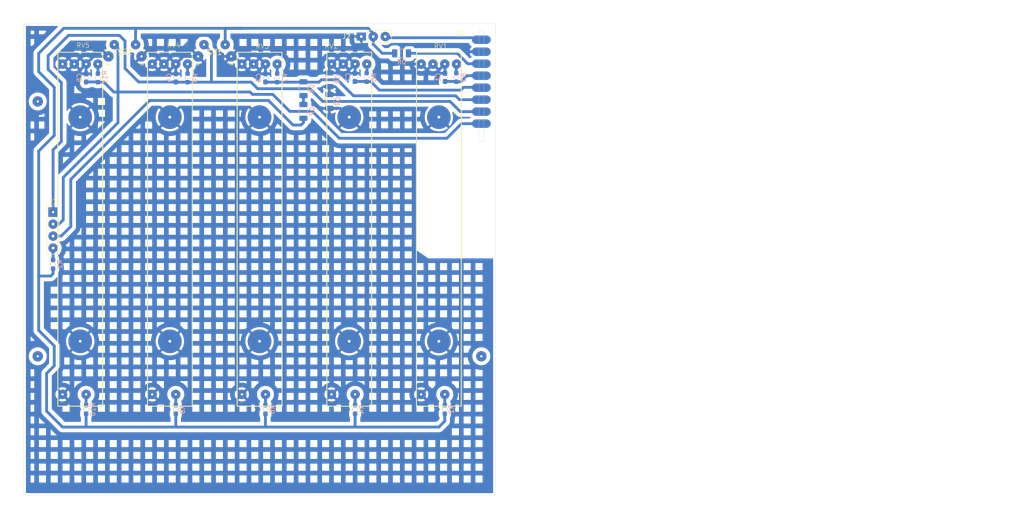
<source format=kicad_pcb>
(kicad_pcb (version 20240108) (generator "pcbnew") (generator_version "8.0")
  (layers (0 "F.Cu" signal) (31 "B.Cu" signal) (34 "B.Paste" user) (35 "F.Paste" user) (36 "B.SilkS" user "B.Silkscreen") (37 "F.SilkS" user "F.Silkscreen") (38 "B.Mask" user) (39 "F.Mask" user) (44 "Edge.Cuts" user))
  (net 0 "")
  (net 1 "/POT_3")
  (net 2 "/POT_2")
  (net 3 "Net-(J1-Pin_4)")
  (net 4 "/POT_1")
  (net 5 "+3.3V")
  (net 6 "+5V")
  (net 7 "GND")
  (net 8 "/POT_4")
  (net 9 "/POT_5")
  (net 10 "Net-(R2-Pad2)")
  (net 11 "Net-(R3-Pad1)")
  (net 12 "Net-(R4-Pad2)")
  (net 13 "Net-(R5-Pad1)")
  (net 14 "Net-(R6-Pad2)")
  (net 15 "Net-(R7-Pad1)")
  (net 16 "Net-(R8-Pad2)")
  (net 17 "Net-(R9-Pad1)")
  (net 18 "Net-(R10-Pad2)")
  (net 19 "Net-(R11-Pad1)")
  (footprint "" (layer "F.Cu") (at 147 120.5)
    (property "Reference" "" (at 0 0 0) (layer "F.SilkS") (effects (font (size 1.27 1.27))))
    (property "Value" "")
    (pad "" np_thru_hole circle (at 0 0) (size 2.2 2.2) (drill 0.5) (layers "F&B.Cu" "*.Mask"))
  )
  (footprint "" (layer "F.Cu") (at 53 120.5)
    (property "Reference" "" (at 0 0 0) (layer "F.SilkS") (effects (font (size 1.27 1.27))))
    (property "Value" "")
    (pad "" np_thru_hole circle (at 0 0) (size 2.2 2.2) (drill 0.5) (layers "F&B.Cu" "*.Mask"))
  )
  (footprint "Lib:ESP32-C3_SuperMini_TOP" (layer "F.Cu") (at 147 53.42 -90)
    (property "Reference" "U1" (at -1.42 4.4 0) (layer "F.SilkS") (effects (font (thickness 0.1))))
    (property "Value" "~")
    (fp_rect (start -2 -0.5) (end 21.5 0.5) (stroke (width 0.05)) (fill none) (layer "Edge.Cuts"))
    (pad "1" smd oval (at 0 0 270) (size 1.8 4) (layers "B.Cu" "F.Paste" "F.Mask") (net 6 "+5V"))
    (pad "2" smd oval (at 2.54 0 270) (size 1.8 4) (layers "B.Cu" "F.Paste" "F.Mask") (net 7 "GND"))
    (pad "3" smd oval (at 5.08 0 270) (size 1.8 4) (layers "B.Cu" "F.Paste" "F.Mask") (net 5 "+3.3V"))
    (pad "4" smd oval (at 7.62 0 270) (size 1.8 4) (layers "B.Cu" "F.Paste" "F.Mask") (net 4 "/POT_1"))
    (pad "5" smd oval (at 10.16 0 270) (size 1.8 4) (layers "B.Cu" "F.Paste" "F.Mask") (net 2 "/POT_2"))
    (pad "6" smd oval (at 12.7 0 270) (size 1.8 4) (layers "B.Cu" "F.Paste" "F.Mask") (net 1 "/POT_3"))
    (pad "7" smd oval (at 15.24 0 270) (size 1.8 4) (layers "B.Cu" "F.Paste" "F.Mask") (net 8 "/POT_4"))
    (pad "8" smd oval (at 17.78 0 270) (size 1.8 4) (layers "B.Cu" "F.Paste" "F.Mask") (net 9 "/POT_5"))
  )
  (footprint "Button_Switch_THT:SW_Tactile_SPST_Angled_PTS645Vx83-2LFS" (layer "F.Cu") (at 69.225 54.4625)
    (property "Reference" "SW2" (at 2.25 1.68 0) (layer "F.SilkS"))
    (property "Value" "SW_Push")
    (fp_line (start -1.61 -0.9) (end -1.61 1.2) (stroke (width 0.12)) (layer "F.SilkS"))
    (fp_line (start -1.61 3.8) (end -1.61 4.31) (stroke (width 0.12)) (layer "F.SilkS"))
    (fp_line (start -1.61 4.31) (end -1.09 4.31) (stroke (width 0.12)) (layer "F.SilkS"))
    (fp_line (start -1.09 0.97) (end -1.09 1.2) (stroke (width 0.12)) (layer "F.SilkS"))
    (fp_line (start -1.09 0.97) (end -0.55 0.97) (stroke (width 0.12)) (layer "F.SilkS"))
    (fp_line (start -1.09 3.8) (end -1.09 4.31) (stroke (width 0.12)) (layer "F.SilkS"))
    (fp_line (start 0.55 0.97) (end 3.95 0.97) (stroke (width 0.12)) (layer "F.SilkS"))
    (fp_line (start 5.05 0.97) (end 5.59 0.97) (stroke (width 0.12)) (layer "F.SilkS"))
    (fp_line (start 5.59 0.97) (end 5.59 1.2) (stroke (width 0.12)) (layer "F.SilkS"))
    (fp_line (start 5.59 3.8) (end 5.59 4.31) (stroke (width 0.12)) (layer "F.SilkS"))
    (fp_line (start 5.59 4.31) (end 6.11 4.31) (stroke (width 0.12)) (layer "F.SilkS"))
    (fp_line (start 6.11 -0.9) (end 6.11 1.2) (stroke (width 0.12)) (layer "F.SilkS"))
    (fp_line (start 6.11 3.8) (end 6.11 4.31) (stroke (width 0.12)) (layer "F.SilkS"))
    (pad "" thru_hole circle (at -1.25 2.49) (size 2.2 2.2) (drill 0.5) (layers "*.Cu" "*.Mask") (net 7 "GND"))
    (pad "" thru_hole circle (at 5.76 2.49) (size 2.2 2.2) (drill 0.5) (layers "*.Cu" "*.Mask") (net 7 "GND"))
    (pad "1" thru_hole circle (at 0 0) (size 2 2) (drill 0.5) (layers "*.Cu" "*.Mask") (net 9 "/POT_5"))
    (pad "2" thru_hole circle (at 4.5 0) (size 2 2) (drill 0.5) (layers "*.Cu" "*.Mask") (net 5 "+3.3V"))
  )
  (footprint "Button_Switch_THT:SW_Tactile_SPST_Angled_PTS645Vx83-2LFS" (layer "F.Cu") (at 88.225 54.4625)
    (property "Reference" "SW1" (at 2.25 1.68 0) (layer "F.SilkS"))
    (property "Value" "SW_Push")
    (fp_line (start -1.61 -0.9) (end -1.61 1.2) (stroke (width 0.12)) (layer "F.SilkS"))
    (fp_line (start -1.61 3.8) (end -1.61 4.31) (stroke (width 0.12)) (layer "F.SilkS"))
    (fp_line (start -1.61 4.31) (end -1.09 4.31) (stroke (width 0.12)) (layer "F.SilkS"))
    (fp_line (start -1.09 0.97) (end -1.09 1.2) (stroke (width 0.12)) (layer "F.SilkS"))
    (fp_line (start -1.09 0.97) (end -0.55 0.97) (stroke (width 0.12)) (layer "F.SilkS"))
    (fp_line (start -1.09 3.8) (end -1.09 4.31) (stroke (width 0.12)) (layer "F.SilkS"))
    (fp_line (start 0.55 0.97) (end 3.95 0.97) (stroke (width 0.12)) (layer "F.SilkS"))
    (fp_line (start 5.05 0.97) (end 5.59 0.97) (stroke (width 0.12)) (layer "F.SilkS"))
    (fp_line (start 5.59 0.97) (end 5.59 1.2) (stroke (width 0.12)) (layer "F.SilkS"))
    (fp_line (start 5.59 3.8) (end 5.59 4.31) (stroke (width 0.12)) (layer "F.SilkS"))
    (fp_line (start 5.59 4.31) (end 6.11 4.31) (stroke (width 0.12)) (layer "F.SilkS"))
    (fp_line (start 6.11 -0.9) (end 6.11 1.2) (stroke (width 0.12)) (layer "F.SilkS"))
    (fp_line (start 6.11 3.8) (end 6.11 4.31) (stroke (width 0.12)) (layer "F.SilkS"))
    (pad "" thru_hole circle (at -1.25 2.49) (size 2.2 2.2) (drill 0.5) (layers "*.Cu" "*.Mask") (net 7 "GND"))
    (pad "" thru_hole circle (at 5.76 2.49) (size 2.2 2.2) (drill 0.5) (layers "*.Cu" "*.Mask") (net 7 "GND"))
    (pad "1" thru_hole circle (at 0 0) (size 2 2) (drill 0.5) (layers "*.Cu" "*.Mask") (net 8 "/POT_4"))
    (pad "2" thru_hole circle (at 4.5 0) (size 2 2) (drill 0.5) (layers "*.Cu" "*.Mask") (net 5 "+3.3V"))
  )
  (footprint "Connector_PinHeader_2.54mm:PinHeader_1x04_P2.54mm_Vertical" (layer "F.Cu") (at 56.25 89.95)
    (property "Reference" "J1" (at 0 -2.33 0) (layer "F.SilkS"))
    (property "Value" "Conn_01x04_Socket")
    (fp_line (start -1.33 -1.33) (end 0 -1.33) (stroke (width 0.12)) (layer "F.SilkS"))
    (fp_line (start -1.33 0) (end -1.33 -1.33) (stroke (width 0.12)) (layer "F.SilkS"))
    (fp_line (start -1.33 1.27) (end -1.33 8.95) (stroke (width 0.12)) (layer "F.SilkS"))
    (fp_line (start -1.33 1.27) (end 1.33 1.27) (stroke (width 0.12)) (layer "F.SilkS"))
    (fp_line (start -1.33 8.95) (end 1.33 8.95) (stroke (width 0.12)) (layer "F.SilkS"))
    (fp_line (start 1.33 1.27) (end 1.33 8.95) (stroke (width 0.12)) (layer "F.SilkS"))
    (pad "1" thru_hole rect (at 0 0) (size 2 2) (drill 0.5) (layers "*.Cu" "*.Mask") (net 8 "/POT_4"))
    (pad "2" thru_hole circle (at 0 2.54) (size 2 2) (drill 0.6) (layers "*.Cu" "*.Mask") (net 9 "/POT_5"))
    (pad "3" thru_hole circle (at 0 5.08) (size 2 2) (drill 0.6) (layers "*.Cu" "*.Mask") (net 1 "/POT_3"))
    (pad "4" thru_hole circle (at 0 7.62) (size 2 2) (drill 0.6) (layers "*.Cu" "*.Mask") (net 3 "Net-(J1-Pin_4)"))
  )
  (footprint "Lib:potentiometer_slider_75mm" (layer "F.Cu") (at 65.75 56.075 180)
    (property "Reference" "RV5" (at 3.15 1.475 0) (layer "F.SilkS") (effects (font (thickness 0.1))))
    (property "Value" "R_Potentiometer_Dual_MountingPin")
    (fp_rect (start -1 -75) (end 8.5 0) (stroke (width 0.2)) (fill none) (layer "F.SilkS"))
    (pad "1" thru_hole circle (at 2.5 -2.5 180) (size 2 2) (drill 0.5) (layers "*.Cu" "*.Mask") (net 7 "GND"))
    (pad "2" thru_hole circle (at 0 -2.5 180) (size 2 2) (drill 0.5) (layers "*.Cu" "*.Mask") (net 19 "Net-(R11-Pad1)"))
    (pad "3" thru_hole circle (at 2.5 -72.5 180) (size 2 2) (drill 0.5) (layers "*.Cu" "*.Mask") (net 18 "Net-(R10-Pad2)"))
    (pad "4" thru_hole circle (at 7.5 -2.5 180) (size 2 2) (drill 0.5) (layers "*.Cu" "*.Mask") (net 7 "GND"))
    (pad "5" thru_hole circle (at 5 -2.5 180) (size 2 2) (drill 0.5) (layers "*.Cu" "*.Mask") (net 7 "GND"))
    (pad "6" thru_hole circle (at 7.5 -72.5 180) (size 2 2) (drill 0.5) (layers "*.Cu" "*.Mask") (net 7 "GND"))
    (pad "MP" thru_hole circle (at 3.75 -61.25 180) (size 5 5) (drill 0.6) (layers "*.Cu" "*.Mask") (net 7 "GND"))
    (pad "MP" thru_hole circle (at 3.75 -13.75 180) (size 5 5) (drill 0.6) (layers "*.Cu" "*.Mask") (net 7 "GND"))
  )
  (footprint "Lib:potentiometer_slider_75mm" (layer "F.Cu") (at 84.75 56.075 180)
    (property "Reference" "RV4" (at 2.95 1.475 0) (layer "F.SilkS") (effects (font (thickness 0.1))))
    (property "Value" "R_Potentiometer_Dual_MountingPin")
    (fp_rect (start -1 -75) (end 8.5 0) (stroke (width 0.2)) (fill none) (layer "F.SilkS"))
    (pad "1" thru_hole circle (at 2.5 -2.5 180) (size 2 2) (drill 0.5) (layers "*.Cu" "*.Mask") (net 7 "GND"))
    (pad "2" thru_hole circle (at 0 -2.5 180) (size 2 2) (drill 0.5) (layers "*.Cu" "*.Mask") (net 17 "Net-(R9-Pad1)"))
    (pad "3" thru_hole circle (at 2.5 -72.5 180) (size 2 2) (drill 0.5) (layers "*.Cu" "*.Mask") (net 16 "Net-(R8-Pad2)"))
    (pad "4" thru_hole circle (at 7.5 -2.5 180) (size 2 2) (drill 0.5) (layers "*.Cu" "*.Mask") (net 7 "GND"))
    (pad "5" thru_hole circle (at 5 -2.5 180) (size 2 2) (drill 0.5) (layers "*.Cu" "*.Mask") (net 7 "GND"))
    (pad "6" thru_hole circle (at 7.5 -72.5 180) (size 2 2) (drill 0.5) (layers "*.Cu" "*.Mask") (net 7 "GND"))
    (pad "MP" thru_hole circle (at 3.75 -61.25 180) (size 5 5) (drill 0.6) (layers "*.Cu" "*.Mask") (net 7 "GND"))
    (pad "MP" thru_hole circle (at 3.75 -13.75 180) (size 5 5) (drill 0.6) (layers "*.Cu" "*.Mask") (net 7 "GND"))
  )
  (footprint "Lib:potentiometer_slider_75mm" (layer "F.Cu") (at 103.75 56.075 180)
    (property "Reference" "RV3" (at 3.15 1.275 0) (layer "F.SilkS") (effects (font (thickness 0.1))))
    (property "Value" "R_Potentiometer_Dual_MountingPin")
    (fp_rect (start -1 -75) (end 8.5 0) (stroke (width 0.2)) (fill none) (layer "F.SilkS"))
    (pad "1" thru_hole circle (at 2.5 -2.5 180) (size 2 2) (drill 0.5) (layers "*.Cu" "*.Mask") (net 7 "GND"))
    (pad "2" thru_hole circle (at 0 -2.5 180) (size 2 2) (drill 0.5) (layers "*.Cu" "*.Mask") (net 15 "Net-(R7-Pad1)"))
    (pad "3" thru_hole circle (at 2.5 -72.5 180) (size 2 2) (drill 0.5) (layers "*.Cu" "*.Mask") (net 14 "Net-(R6-Pad2)"))
    (pad "4" thru_hole circle (at 7.5 -2.5 180) (size 2 2) (drill 0.5) (layers "*.Cu" "*.Mask") (net 7 "GND"))
    (pad "5" thru_hole circle (at 5 -2.5 180) (size 2 2) (drill 0.5) (layers "*.Cu" "*.Mask") (net 7 "GND"))
    (pad "6" thru_hole circle (at 7.5 -72.5 180) (size 2 2) (drill 0.5) (layers "*.Cu" "*.Mask") (net 7 "GND"))
    (pad "MP" thru_hole circle (at 3.75 -61.25 180) (size 5 5) (drill 0.6) (layers "*.Cu" "*.Mask") (net 7 "GND"))
    (pad "MP" thru_hole circle (at 3.75 -13.75 180) (size 5 5) (drill 0.6) (layers "*.Cu" "*.Mask") (net 7 "GND"))
  )
  (footprint "" (layer "F.Cu") (at 53 66.5)
    (property "Reference" "" (at 0 0 0) (layer "F.SilkS") (effects (font (size 1.27 1.27))))
    (property "Value" "")
    (pad "" np_thru_hole circle (at 0 0) (size 2.2 2.2) (drill 0.5) (layers "F&B.Cu" "*.Mask"))
  )
  (footprint "Lib:potentiometer_slider_75mm" (layer "F.Cu") (at 141.75 56.075 180)
    (property "Reference" "RV1" (at 3.35 1.275 0) (layer "F.SilkS") (effects (font (thickness 0.1))))
    (property "Value" "R_Potentiometer_Dual_MountingPin")
    (fp_rect (start -1 -75) (end 8.5 0) (stroke (width 0.2)) (fill none) (layer "F.SilkS"))
    (pad "1" thru_hole circle (at 2.5 -2.5 180) (size 2 2) (drill 0.5) (layers "*.Cu" "*.Mask") (net 7 "GND"))
    (pad "2" thru_hole circle (at 0 -2.5 180) (size 2 2) (drill 0.5) (layers "*.Cu" "*.Mask") (net 11 "Net-(R3-Pad1)"))
    (pad "3" thru_hole circle (at 2.5 -72.5 180) (size 2 2) (drill 0.5) (layers "*.Cu" "*.Mask") (net 10 "Net-(R2-Pad2)"))
    (pad "4" thru_hole circle (at 7.5 -2.5 180) (size 2 2) (drill 0.5) (layers "*.Cu" "*.Mask") (net 7 "GND"))
    (pad "5" thru_hole circle (at 5 -2.5 180) (size 2 2) (drill 0.5) (layers "*.Cu" "*.Mask") (net 7 "GND"))
    (pad "6" thru_hole circle (at 7.5 -72.5 180) (size 2 2) (drill 0.5) (layers "*.Cu" "*.Mask") (net 7 "GND"))
    (pad "MP" thru_hole circle (at 3.75 -61.25 180) (size 5 5) (drill 0.6) (layers "*.Cu" "*.Mask") (net 7 "GND"))
    (pad "MP" thru_hole circle (at 3.75 -13.75 180) (size 5 5) (drill 0.6) (layers "*.Cu" "*.Mask") (net 7 "GND"))
  )
  (footprint "Connector_PinHeader_2.54mm:PinHeader_1x03_P2.54mm_Vertical" (layer "F.Cu") (at 121.56 52.75 90)
    (property "Reference" "J2" (at 0 -3.16 180) (layer "F.SilkS"))
    (property "Value" "Conn_01x03_Socket")
    (fp_line (start -1.33 -1.33) (end 0 -1.33) (stroke (width 0.12)) (layer "F.SilkS"))
    (fp_line (start -1.33 0) (end -1.33 -1.33) (stroke (width 0.12)) (layer "F.SilkS"))
    (fp_line (start 1.33 1.27) (end 1.33 6.41) (stroke (width 0.12)) (layer "F.SilkS"))
    (fp_line (start -1.33 1.27) (end 1.33 1.27) (stroke (width 0.12)) (layer "F.SilkS"))
    (fp_line (start -1.33 1.27) (end -1.33 6.41) (stroke (width 0.12)) (layer "F.SilkS"))
    (fp_line (start -1.33 6.41) (end 1.33 6.41) (stroke (width 0.12)) (layer "F.SilkS"))
    (pad "1" thru_hole rect (at 0 0 90) (size 1.7 2) (drill 0.6) (layers "*.Cu" "*.Mask") (net 7 "GND"))
    (pad "2" thru_hole circle (at 0 2.54 90) (size 2 2) (drill 0.6) (layers "*.Cu" "*.Mask") (net 5 "+3.3V"))
    (pad "3" thru_hole circle (at 0 5.08 90) (size 2 2) (drill 0.6) (layers "*.Cu" "*.Mask") (net 6 "+5V"))
  )
  (footprint "Lib:potentiometer_slider_75mm" (layer "F.Cu") (at 122.75 56.075 180)
    (property "Reference" "RV2" (at 7.55 1.275 0) (layer "F.SilkS") (effects (font (thickness 0.1))))
    (property "Value" "R_Potentiometer_Dual_MountingPin")
    (fp_rect (start -1 -75) (end 8.5 0) (stroke (width 0.2)) (fill none) (layer "F.SilkS"))
    (pad "1" thru_hole circle (at 2.5 -2.5 180) (size 2 2) (drill 0.5) (layers "*.Cu" "*.Mask") (net 7 "GND"))
    (pad "2" thru_hole circle (at 0 -2.5 180) (size 2 2) (drill 0.5) (layers "*.Cu" "*.Mask") (net 13 "Net-(R5-Pad1)"))
    (pad "3" thru_hole circle (at 2.5 -72.5 180) (size 2 2) (drill 0.5) (layers "*.Cu" "*.Mask") (net 12 "Net-(R4-Pad2)"))
    (pad "4" thru_hole circle (at 7.5 -2.5 180) (size 2 2) (drill 0.5) (layers "*.Cu" "*.Mask") (net 7 "GND"))
    (pad "5" thru_hole circle (at 5 -2.5 180) (size 2 2) (drill 0.5) (layers "*.Cu" "*.Mask") (net 7 "GND"))
    (pad "6" thru_hole circle (at 7.5 -72.5 180) (size 2 2) (drill 0.5) (layers "*.Cu" "*.Mask") (net 7 "GND"))
    (pad "MP" thru_hole circle (at 3.75 -61.25 180) (size 5 5) (drill 0.6) (layers "*.Cu" "*.Mask") (net 7 "GND"))
    (pad "MP" thru_hole circle (at 3.75 -13.75 180) (size 5 5) (drill 0.6) (layers "*.Cu" "*.Mask") (net 7 "GND"))
  )
  (footprint "" (layer "F.Cu") (at 260.9 137.6)
    (property "Reference" "" (at 0 0 0) (layer "F.SilkS") (effects (font (size 1.27 1.27))))
    (property "Value" "")
    (pad "" np_thru_hole circle (at 0 0) (size 2.2 2.2) (drill 2.2) (layers "F&B.Cu" "*.Mask"))
  )
  (footprint "Resistor_SMD:R_0603_1608Metric_Pad0.98x0.95mm_HandSolder" (layer "B.Cu") (at 139.25 131.75 90)
    (property "Reference" "R2" (at 0 1.43 -90) (layer "B.SilkS") (effects (justify mirror)))
    (property "Value" "10k")
    (fp_line (start 0.254724 -0.5225) (end -0.254724 -0.5225) (stroke (width 0.12)) (layer "B.SilkS"))
    (fp_line (start 0.254724 0.5225) (end -0.254724 0.5225) (stroke (width 0.12)) (layer "B.SilkS"))
    (pad "1" smd roundrect (at -0.9125 0 90) (size 0.975 0.95) (layers "B.Cu" "B.Paste" "B.Mask") (net 5 "+3.3V"))
    (pad "2" smd roundrect (at 0.9125 0 90) (size 0.975 0.95) (layers "B.Cu" "B.Paste" "B.Mask") (net 10 "Net-(R2-Pad2)"))
  )
  (footprint "Capacitor_SMD:C_0603_1608Metric_Pad1.08x0.95mm_HandSolder" (layer "B.Cu") (at 101.25 61.5 -90)
    (property "Reference" "C3" (at 0 1.43 90) (layer "B.SilkS") (effects (justify mirror)))
    (property "Value" "2.2u")
    (fp_line (start 0.146267 0.51) (end -0.146267 0.51) (stroke (width 0.12)) (layer "B.SilkS"))
    (fp_line (start 0.146267 -0.51) (end -0.146267 -0.51) (stroke (width 0.12)) (layer "B.SilkS"))
    (pad "1" smd roundrect (at -0.8625 0 270) (size 1.075 0.95) (layers "B.Cu" "B.Paste" "B.Mask") (net 7 "GND"))
    (pad "2" smd roundrect (at 0.8625 0 270) (size 1.075 0.95) (layers "B.Cu" "B.Paste" "B.Mask") (net 1 "/POT_3"))
  )
  (footprint "Resistor_SMD:R_0603_1608Metric_Pad0.98x0.95mm_HandSolder" (layer "B.Cu") (at 65.75 61.5 -90)
    (property "Reference" "R11" (at -0.1 -1.45 90) (layer "B.SilkS") (effects (justify mirror)))
    (property "Value" "10k")
    (fp_line (start 0.254724 0.5225) (end -0.254724 0.5225) (stroke (width 0.12)) (layer "B.SilkS"))
    (fp_line (start 0.254724 -0.5225) (end -0.254724 -0.5225) (stroke (width 0.12)) (layer "B.SilkS"))
    (pad "1" smd roundrect (at -0.9125 0 270) (size 0.975 0.95) (layers "B.Cu" "B.Paste" "B.Mask") (net 19 "Net-(R11-Pad1)"))
    (pad "2" smd roundrect (at 0.9125 0 270) (size 0.975 0.95) (layers "B.Cu" "B.Paste" "B.Mask") (net 9 "/POT_5"))
  )
  (footprint "Capacitor_SMD:C_0603_1608Metric_Pad1.08x0.95mm_HandSolder" (layer "B.Cu") (at 120.2 61.4 -90)
    (property "Reference" "C2" (at 0 1.43 90) (layer "B.SilkS") (effects (justify mirror)))
    (property "Value" "2.2u")
    (fp_line (start 0.146267 0.51) (end -0.146267 0.51) (stroke (width 0.12)) (layer "B.SilkS"))
    (fp_line (start 0.146267 -0.51) (end -0.146267 -0.51) (stroke (width 0.12)) (layer "B.SilkS"))
    (pad "1" smd roundrect (at -0.8625 0 270) (size 1.075 0.95) (layers "B.Cu" "B.Paste" "B.Mask") (net 7 "GND"))
    (pad "2" smd roundrect (at 0.8625 0 270) (size 1.075 0.95) (layers "B.Cu" "B.Paste" "B.Mask") (net 2 "/POT_2"))
  )
  (footprint "Resistor_SMD:R_1206_3216Metric" (layer "B.Cu") (at 114.8 66.5 90)
    (property "Reference" "0R" (at 0 1.82 -90) (layer "B.SilkS") (effects (justify mirror)))
    (property "Value" "R_1206_3216Metric")
    (fp_line (start 0.727064 -0.91) (end -0.727064 -0.91) (stroke (width 0.12)) (layer "B.SilkS"))
    (fp_line (start 0.727064 0.91) (end -0.727064 0.91) (stroke (width 0.12)) (layer "B.SilkS"))
    (pad "1" smd roundrect (at -1.4625 0 90) (size 1.125 1.75) (layers "B.Cu" "B.Paste" "B.Mask") (roundrect_rratio 0.222222) (net 7 "GND"))
    (pad "2" smd roundrect (at 1.4625 0 90) (size 1.125 1.75) (layers "B.Cu" "B.Paste" "B.Mask") (roundrect_rratio 0.222222) (net 7 "GND"))
  )
  (footprint "Capacitor_SMD:C_0603_1608Metric_Pad1.08x0.95mm_HandSolder" (layer "B.Cu") (at 63.25 61.5 -90)
    (property "Reference" "C5" (at 0 1.43 90) (layer "B.SilkS") (effects (justify mirror)))
    (property "Value" "2.2u")
    (fp_line (start 0.146267 0.51) (end -0.146267 0.51) (stroke (width 0.12)) (layer "B.SilkS"))
    (fp_line (start 0.146267 -0.51) (end -0.146267 -0.51) (stroke (width 0.12)) (layer "B.SilkS"))
    (pad "1" smd roundrect (at -0.8625 0 270) (size 1.075 0.95) (layers "B.Cu" "B.Paste" "B.Mask") (net 7 "GND"))
    (pad "2" smd roundrect (at 0.8625 0 270) (size 1.075 0.95) (layers "B.Cu" "B.Paste" "B.Mask") (net 9 "/POT_5"))
  )
  (footprint "Resistor_SMD:R_1206_3216Metric" (layer "B.Cu") (at 130.1 56.3)
    (property "Reference" "0R" (at 0 1.82 0) (layer "B.SilkS") (effects (justify mirror)))
    (property "Value" "R_1206_3216Metric")
    (fp_line (start 0.727064 -0.91) (end -0.727064 -0.91) (stroke (width 0.12)) (layer "B.SilkS"))
    (fp_line (start 0.727064 0.91) (end -0.727064 0.91) (stroke (width 0.12)) (layer "B.SilkS"))
    (pad "1" smd roundrect (at -1.4625 0) (size 1.125 1.75) (layers "B.Cu" "B.Paste" "B.Mask") (roundrect_rratio 0.222222) (net 5 "+3.3V"))
    (pad "2" smd roundrect (at 1.4625 0) (size 1.125 1.75) (layers "B.Cu" "B.Paste" "B.Mask") (roundrect_rratio 0.222222) (net 5 "+3.3V"))
  )
  (footprint "Resistor_SMD:R_0603_1608Metric_Pad0.98x0.95mm_HandSolder" (layer "B.Cu") (at 56.25 101 90)
    (property "Reference" "R1" (at 0 1.43 -90) (layer "B.SilkS") (effects (justify mirror)))
    (property "Value" "1k")
    (fp_line (start 0.254724 -0.5225) (end -0.254724 -0.5225) (stroke (width 0.12)) (layer "B.SilkS"))
    (fp_line (start 0.254724 0.5225) (end -0.254724 0.5225) (stroke (width 0.12)) (layer "B.SilkS"))
    (pad "1" smd roundrect (at -0.9125 0 90) (size 0.975 0.95) (layers "B.Cu" "B.Paste" "B.Mask") (net 5 "+3.3V"))
    (pad "2" smd roundrect (at 0.9125 0 90) (size 0.975 0.95) (layers "B.Cu" "B.Paste" "B.Mask") (net 3 "Net-(J1-Pin_4)"))
  )
  (footprint "Resistor_SMD:R_0603_1608Metric_Pad0.98x0.95mm_HandSolder" (layer "B.Cu") (at 82.25 131.75 90)
    (property "Reference" "R8" (at 0 1.43 -90) (layer "B.SilkS") (effects (justify mirror)))
    (property "Value" "10k")
    (fp_line (start 0.254724 -0.5225) (end -0.254724 -0.5225) (stroke (width 0.12)) (layer "B.SilkS"))
    (fp_line (start 0.254724 0.5225) (end -0.254724 0.5225) (stroke (width 0.12)) (layer "B.SilkS"))
    (pad "1" smd roundrect (at -0.9125 0 90) (size 0.975 0.95) (layers "B.Cu" "B.Paste" "B.Mask") (net 5 "+3.3V"))
    (pad "2" smd roundrect (at 0.9125 0 90) (size 0.975 0.95) (layers "B.Cu" "B.Paste" "B.Mask") (net 16 "Net-(R8-Pad2)"))
  )
  (footprint "Resistor_SMD:R_0603_1608Metric_Pad0.98x0.95mm_HandSolder" (layer "B.Cu") (at 141.7 61.4 -90)
    (property "Reference" "R3" (at 0 -1.5 90) (layer "B.SilkS") (effects (justify mirror)))
    (property "Value" "10k")
    (fp_line (start 0.254724 0.5225) (end -0.254724 0.5225) (stroke (width 0.12)) (layer "B.SilkS"))
    (fp_line (start 0.254724 -0.5225) (end -0.254724 -0.5225) (stroke (width 0.12)) (layer "B.SilkS"))
    (pad "1" smd roundrect (at -0.9125 0 270) (size 0.975 0.95) (layers "B.Cu" "B.Paste" "B.Mask") (net 11 "Net-(R3-Pad1)"))
    (pad "2" smd roundrect (at 0.9125 0 270) (size 0.975 0.95) (layers "B.Cu" "B.Paste" "B.Mask") (net 4 "/POT_1"))
  )
  (footprint "Resistor_SMD:R_0603_1608Metric_Pad0.98x0.95mm_HandSolder" (layer "B.Cu") (at 120.25 131.75 90)
    (property "Reference" "R4" (at 0 1.43 -90) (layer "B.SilkS") (effects (justify mirror)))
    (property "Value" "10k")
    (fp_line (start 0.254724 -0.5225) (end -0.254724 -0.5225) (stroke (width 0.12)) (layer "B.SilkS"))
    (fp_line (start 0.254724 0.5225) (end -0.254724 0.5225) (stroke (width 0.12)) (layer "B.SilkS"))
    (pad "1" smd roundrect (at -0.9125 0 90) (size 0.975 0.95) (layers "B.Cu" "B.Paste" "B.Mask") (net 5 "+3.3V"))
    (pad "2" smd roundrect (at 0.9125 0 90) (size 0.975 0.95) (layers "B.Cu" "B.Paste" "B.Mask") (net 12 "Net-(R4-Pad2)"))
  )
  (footprint "Capacitor_SMD:C_0603_1608Metric_Pad1.08x0.95mm_HandSolder" (layer "B.Cu") (at 82.25 61.5 -90)
    (property "Reference" "C4" (at 0 1.43 90) (layer "B.SilkS") (effects (justify mirror)))
    (property "Value" "2.2u")
    (fp_line (start 0.146267 0.51) (end -0.146267 0.51) (stroke (width 0.12)) (layer "B.SilkS"))
    (fp_line (start 0.146267 -0.51) (end -0.146267 -0.51) (stroke (width 0.12)) (layer "B.SilkS"))
    (pad "1" smd roundrect (at -0.8625 0 270) (size 1.075 0.95) (layers "B.Cu" "B.Paste" "B.Mask") (net 7 "GND"))
    (pad "2" smd roundrect (at 0.8625 0 270) (size 1.075 0.95) (layers "B.Cu" "B.Paste" "B.Mask") (net 8 "/POT_4"))
  )
  (footprint "Resistor_SMD:R_0603_1608Metric_Pad0.98x0.95mm_HandSolder" (layer "B.Cu") (at 84.75 61.5 -90)
    (property "Reference" "R9" (at 0 -1.65 90) (layer "B.SilkS") (effects (justify mirror)))
    (property "Value" "10k")
    (fp_line (start 0.254724 0.5225) (end -0.254724 0.5225) (stroke (width 0.12)) (layer "B.SilkS"))
    (fp_line (start 0.254724 -0.5225) (end -0.254724 -0.5225) (stroke (width 0.12)) (layer "B.SilkS"))
    (pad "1" smd roundrect (at -0.9125 0 270) (size 0.975 0.95) (layers "B.Cu" "B.Paste" "B.Mask") (net 17 "Net-(R9-Pad1)"))
    (pad "2" smd roundrect (at 0.9125 0 270) (size 0.975 0.95) (layers "B.Cu" "B.Paste" "B.Mask") (net 8 "/POT_4"))
  )
  (footprint "Resistor_SMD:R_1206_3216Metric" (layer "B.Cu") (at 109.3 63.8 90)
    (property "Reference" "0R" (at 0 1.82 -90) (layer "B.SilkS") (effects (justify mirror)))
    (property "Value" "R_1206_3216Metric")
    (fp_line (start 0.727064 -0.91) (end -0.727064 -0.91) (stroke (width 0.12)) (layer "B.SilkS"))
    (fp_line (start 0.727064 0.91) (end -0.727064 0.91) (stroke (width 0.12)) (layer "B.SilkS"))
    (pad "1" smd roundrect (at -1.4625 0 90) (size 1.125 1.75) (layers "B.Cu" "B.Paste" "B.Mask") (roundrect_rratio 0.222222) (net 1 "/POT_3"))
    (pad "2" smd roundrect (at 1.4625 0 90) (size 1.125 1.75) (layers "B.Cu" "B.Paste" "B.Mask") (roundrect_rratio 0.222222) (net 1 "/POT_3"))
  )
  (footprint "Resistor_SMD:R_1206_3216Metric" (layer "B.Cu") (at 109.3 68.6 90)
    (property "Reference" "0R" (at 0 1.82 -90) (layer "B.SilkS") (effects (justify mirror)))
    (property "Value" "R_1206_3216Metric")
    (fp_line (start 0.727064 -0.91) (end -0.727064 -0.91) (stroke (width 0.12)) (layer "B.SilkS"))
    (fp_line (start 0.727064 0.91) (end -0.727064 0.91) (stroke (width 0.12)) (layer "B.SilkS"))
    (pad "1" smd roundrect (at -1.4625 0 90) (size 1.125 1.75) (layers "B.Cu" "B.Paste" "B.Mask") (roundrect_rratio 0.222222) (net 1 "/POT_3"))
    (pad "2" smd roundrect (at 1.4625 0 90) (size 1.125 1.75) (layers "B.Cu" "B.Paste" "B.Mask") (roundrect_rratio 0.222222) (net 1 "/POT_3"))
  )
  (footprint "Resistor_SMD:R_0603_1608Metric_Pad0.98x0.95mm_HandSolder" (layer "B.Cu") (at 122.7 61.4 -90)
    (property "Reference" "R5" (at 0 -1.5 90) (layer "B.SilkS") (effects (justify mirror)))
    (property "Value" "10k")
    (fp_line (start 0.254724 0.5225) (end -0.254724 0.5225) (stroke (width 0.12)) (layer "B.SilkS"))
    (fp_line (start 0.254724 -0.5225) (end -0.254724 -0.5225) (stroke (width 0.12)) (layer "B.SilkS"))
    (pad "1" smd roundrect (at -0.9125 0 270) (size 0.975 0.95) (layers "B.Cu" "B.Paste" "B.Mask") (net 13 "Net-(R5-Pad1)"))
    (pad "2" smd roundrect (at 0.9125 0 270) (size 0.975 0.95) (layers "B.Cu" "B.Paste" "B.Mask") (net 2 "/POT_2"))
  )
  (footprint "Resistor_SMD:R_0603_1608Metric_Pad0.98x0.95mm_HandSolder" (layer "B.Cu") (at 103.75 61.5 -90)
    (property "Reference" "R7" (at 0 -1.65 90) (layer "B.SilkS") (effects (justify mirror)))
    (property "Value" "10k")
    (fp_line (start 0.254724 0.5225) (end -0.254724 0.5225) (stroke (width 0.12)) (layer "B.SilkS"))
    (fp_line (start 0.254724 -0.5225) (end -0.254724 -0.5225) (stroke (width 0.12)) (layer "B.SilkS"))
    (pad "1" smd roundrect (at -0.9125 0 270) (size 0.975 0.95) (layers "B.Cu" "B.Paste" "B.Mask") (net 15 "Net-(R7-Pad1)"))
    (pad "2" smd roundrect (at 0.9125 0 270) (size 0.975 0.95) (layers "B.Cu" "B.Paste" "B.Mask") (net 1 "/POT_3"))
  )
  (footprint "Resistor_SMD:R_0603_1608Metric_Pad0.98x0.95mm_HandSolder" (layer "B.Cu") (at 101.25 131.75 90)
    (property "Reference" "R6" (at 0 1.43 -90) (layer "B.SilkS") (effects (justify mirror)))
    (property "Value" "10k")
    (fp_line (start 0.254724 -0.5225) (end -0.254724 -0.5225) (stroke (width 0.12)) (layer "B.SilkS"))
    (fp_line (start 0.254724 0.5225) (end -0.254724 0.5225) (stroke (width 0.12)) (layer "B.SilkS"))
    (pad "1" smd roundrect (at -0.9125 0 90) (size 0.975 0.95) (layers "B.Cu" "B.Paste" "B.Mask") (net 5 "+3.3V"))
    (pad "2" smd roundrect (at 0.9125 0 90) (size 0.975 0.95) (layers "B.Cu" "B.Paste" "B.Mask") (net 14 "Net-(R6-Pad2)"))
  )
  (footprint "Resistor_SMD:R_1206_3216Metric" (layer "B.Cu") (at 114.8 61.9 90)
    (property "Reference" "0R" (at 0.1 1.82 -90) (layer "B.SilkS") (effects (justify mirror)))
    (property "Value" "R_1206_3216Metric")
    (fp_line (start 0.727064 -0.91) (end -0.727064 -0.91) (stroke (width 0.12)) (layer "B.SilkS"))
    (fp_line (start 0.727064 0.91) (end -0.727064 0.91) (stroke (width 0.12)) (layer "B.SilkS"))
    (pad "1" smd roundrect (at -1.4625 0 90) (size 1.125 1.75) (layers "B.Cu" "B.Paste" "B.Mask") (roundrect_rratio 0.222222) (net 7 "GND"))
    (pad "2" smd roundrect (at 1.4625 0 90) (size 1.125 1.75) (layers "B.Cu" "B.Paste" "B.Mask") (roundrect_rratio 0.222222) (net 7 "GND"))
  )
  (footprint "Capacitor_SMD:C_0603_1608Metric_Pad1.08x0.95mm_HandSolder" (layer "B.Cu") (at 139.3 61.4 -90)
    (property "Reference" "C1" (at 0 1.43 90) (layer "B.SilkS") (effects (justify mirror)))
    (property "Value" "2.2u")
    (fp_line (start 0.146267 0.51) (end -0.146267 0.51) (stroke (width 0.12)) (layer "B.SilkS"))
    (fp_line (start 0.146267 -0.51) (end -0.146267 -0.51) (stroke (width 0.12)) (layer "B.SilkS"))
    (pad "1" smd roundrect (at -0.8625 0 270) (size 1.075 0.95) (layers "B.Cu" "B.Paste" "B.Mask") (net 7 "GND"))
    (pad "2" smd roundrect (at 0.8625 0 270) (size 1.075 0.95) (layers "B.Cu" "B.Paste" "B.Mask") (net 4 "/POT_1"))
  )
  (footprint "Resistor_SMD:R_0603_1608Metric_Pad0.98x0.95mm_HandSolder" (layer "B.Cu") (at 63.25 131.75 90)
    (property "Reference" "R10" (at 0 1.43 -90) (layer "B.SilkS") (effects (justify mirror)))
    (property "Value" "10k")
    (fp_line (start 0.254724 -0.5225) (end -0.254724 -0.5225) (stroke (width 0.12)) (layer "B.SilkS"))
    (fp_line (start 0.254724 0.5225) (end -0.254724 0.5225) (stroke (width 0.12)) (layer "B.SilkS"))
    (pad "1" smd roundrect (at -0.9125 0 90) (size 0.975 0.95) (layers "B.Cu" "B.Paste" "B.Mask") (net 5 "+3.3V"))
    (pad "2" smd roundrect (at 0.9125 0 90) (size 0.975 0.95) (layers "B.Cu" "B.Paste" "B.Mask") (net 18 "Net-(R10-Pad2)"))
  )
  (gr_rect (start 50 50) (end 150 150) (stroke (width 0.05)) (fill none) (layer "Edge.Cuts"))
  (segment (start 60 93) (end 57.97 95.03) (width 0.6) (layer "B.Cu") (net 1))
  (segment (start 119.9 65.3) (end 141.55 65.3) (width 0.6) (layer "B.Cu") (net 1))
  (segment (start 60 83) (end 60 93) (width 0.6) (layer "B.Cu") (net 1))
  (segment (start 76.7 66.3) (end 60 83) (width 0.6) (layer "B.Cu") (net 1))
  (segment (start 109.3 71) (end 108.8 71.5) (width 0.6) (layer "B.Cu") (net 1))
  (segment (start 109.3 65.2625) (end 109.3 67.1375) (width 0.6) (layer "B.Cu") (net 1))
  (segment (start 112.5875 62.4125) (end 113.1 61.9) (width 0.6) (layer "B.Cu") (net 1))
  (segment (start 113.1 61.9) (end 116.5 61.9) (width 0.6) (layer "B.Cu") (net 1))
  (segment (start 103.75 62.4125) (end 112.5875 62.4125) (width 0.6) (layer "B.Cu") (net 1))
  (segment (start 103.75 62.4125) (end 101.3 62.4125) (width 0.6) (layer "B.Cu") (net 1))
  (segment (start 116.5 61.9) (end 119.9 65.3) (width 0.6) (layer "B.Cu") (net 1))
  (segment (start 109.3 70.0625) (end 109.3 71) (width 0.6) (layer "B.Cu") (net 1))
  (segment (start 141.55 65.3) (end 142.37 66.12) (width 0.6) (layer "B.Cu") (net 1))
  (segment (start 57.97 95.03) (end 56.25 95.03) (width 0.6) (layer "B.Cu") (net 1))
  (segment (start 107.1 71.5) (end 101.9 66.3) (width 0.6) (layer "B.Cu") (net 1))
  (segment (start 101.9 66.3) (end 76.7 66.3) (width 0.6) (layer "B.Cu") (net 1))
  (segment (start 101.3 62.4125) (end 101.25 62.3625) (width 0.6) (layer "B.Cu") (net 1))
  (segment (start 142.37 66.12) (end 145.7 66.12) (width 0.6) (layer "B.Cu") (net 1))
  (segment (start 108.8 71.5) (end 107.1 71.5) (width 0.6) (layer "B.Cu") (net 1))
  (segment (start 143.25 63.5) (end 145.7 63.5) (width 0.6) (layer "B.Cu") (net 2))
  (segment (start 122.7 62.3125) (end 123.6125 62.3125) (width 0.6) (layer "B.Cu") (net 2))
  (segment (start 120.2 62.2625) (end 122.65 62.2625) (width 0.6) (layer "B.Cu") (net 2))
  (segment (start 125.4 64.1) (end 142.65 64.1) (width 0.6) (layer "B.Cu") (net 2))
  (segment (start 123.6125 62.3125) (end 125.4 64.1) (width 0.6) (layer "B.Cu") (net 2))
  (segment (start 145.7 63.5) (end 145.7 63.58) (width 0.6) (layer "B.Cu") (net 2))
  (segment (start 142.65 64.1) (end 143.25 63.5) (width 0.6) (layer "B.Cu") (net 2))
  (segment (start 122.65 62.2625) (end 122.7 62.3125) (width 0.6) (layer "B.Cu") (net 2))
  (segment (start 56.25 100.0875) (end 56.25 97.57) (width 0.6) (layer "B.Cu") (net 3))
  (segment (start 141.7 62.3125) (end 142.6875 62.3125) (width 0.6) (layer "B.Cu") (net 4))
  (segment (start 141.65 62.2625) (end 141.7 62.3125) (width 0.6) (layer "B.Cu") (net 4))
  (segment (start 143.96 61.04) (end 145.7 61.04) (width 0.6) (layer "B.Cu") (net 4))
  (segment (start 142.6875 62.3125) (end 143.96 61.04) (width 0.6) (layer "B.Cu") (net 4))
  (segment (start 139.3 62.2625) (end 141.65 62.2625) (width 0.6) (layer "B.Cu") (net 4))
  (segment (start 120.25 132.6625) (end 120.25 135.5) (width 0.6) (layer "B.Cu") (net 5))
  (segment (start 54.875 132.125) (end 58.25 135.5) (width 0.6) (layer "B.Cu") (net 5))
  (segment (start 141.9 56.3) (end 144.1 58.5) (width 0.6) (layer "B.Cu") (net 5))
  (segment (start 56.25 101.9125) (end 56.25 103) (width 0.6) (layer "B.Cu") (net 5))
  (segment (start 58.5 51) (end 53.2 56.3) (width 0.6) (layer "B.Cu") (net 5))
  (segment (start 56.5 122.5) (end 54.875 124.125) (width 0.6) (layer "B.Cu") (net 5))
  (segment (start 56.5 118.3) (end 56.5 122.5) (width 0.6) (layer "B.Cu") (net 5))
  (segment (start 53.2 77) (end 53.2 103.5) (width 0.6) (layer "B.Cu") (net 5))
  (segment (start 53.2 103.5) (end 53.2 115) (width 0.6) (layer "B.Cu") (net 5))
  (segment (start 124.1 52.3) (end 124.1 54.4) (width 0.6) (layer "B.Cu") (net 5))
  (segment (start 124.1 54.4) (end 126 56.3) (width 0.6) (layer "B.Cu") (net 5))
  (segment (start 53.2 115) (end 56.5 118.3) (width 0.6) (layer "B.Cu") (net 5))
  (segment (start 63.25 132.6625) (end 63.25 135.5) (width 0.6) (layer "B.Cu") (net 5))
  (segment (start 92.725 51) (end 92.725 54.4625) (width 0.6) (layer "B.Cu") (net 5))
  (segment (start 82.25 132.6625) (end 82.25 135.5) (width 0.6) (layer "B.Cu") (net 5))
  (segment (start 101.25 135.5) (end 120.25 135.5) (width 0.6) (layer "B.Cu") (net 5))
  (segment (start 54.875 124.125) (end 54.875 132.125) (width 0.6) (layer "B.Cu") (net 5))
  (segment (start 124.1 52.75) (end 124.1 52.1) (width 0.6) (layer "B.Cu") (net 5))
  (segment (start 77.1875 51) (end 73.8 51) (width 0.6) (layer "B.Cu") (net 5))
  (segment (start 55.75 103.5) (end 53.2 103.5) (width 0.6) (layer "B.Cu") (net 5))
  (segment (start 53.2 60.2) (end 56.5 63.5) (width 0.6) (layer "B.Cu") (net 5))
  (segment (start 53.2 56.3) (end 53.2 60.2) (width 0.6) (layer "B.Cu") (net 5))
  (segment (start 82.25 135.5) (end 101.25 135.5) (width 0.6) (layer "B.Cu") (net 5))
  (segment (start 73.725 54.4625) (end 73.725 51.075) (width 0.6) (layer "B.Cu") (net 5))
  (segment (start 73.8 51) (end 58.5 51) (width 0.6) (layer "B.Cu") (net 5))
  (segment (start 120.25 135.5) (end 138 135.5) (width 0.6) (layer "B.Cu") (net 5))
  (segment (start 96.1875 51) (end 77.1875 51) (width 0.6) (layer "B.Cu") (net 5))
  (segment (start 56.25 103) (end 55.75 103.5) (width 0.6) (layer "B.Cu") (net 5))
  (segment (start 124.1 52.1) (end 123 51) (width 0.6) (layer "B.Cu") (net 5))
  (segment (start 138 135.5) (end 139.25 134.25) (width 0.6) (layer "B.Cu") (net 5))
  (segment (start 139.25 134.25) (end 139.25 132.6625) (width 0.6) (layer "B.Cu") (net 5))
  (segment (start 63.25 135.5) (end 82.25 135.5) (width 0.6) (layer "B.Cu") (net 5))
  (segment (start 123 51) (end 96.1875 51) (width 0.6) (layer "B.Cu") (net 5))
  (segment (start 101.25 132.6625) (end 101.25 135.5) (width 0.6) (layer "B.Cu") (net 5))
  (segment (start 131.5625 56.3) (end 141.9 56.3) (width 0.6) (layer "B.Cu") (net 5))
  (segment (start 96.1875 51) (end 92.725 51) (width 0.6) (layer "B.Cu") (net 5))
  (segment (start 58.25 135.5) (end 63.25 135.5) (width 0.6) (layer "B.Cu") (net 5))
  (segment (start 56.5 63.5) (end 56.5 73.7) (width 0.6) (layer "B.Cu") (net 5))
  (segment (start 73.725 51.075) (end 73.8 51) (width 0.6) (layer "B.Cu") (net 5))
  (segment (start 56.5 73.7) (end 53.2 77) (width 0.6) (layer "B.Cu") (net 5))
  (segment (start 126 56.3) (end 128.6375 56.3) (width 0.6) (layer "B.Cu") (net 5))
  (segment (start 144.1 58.5) (end 145.7 58.5) (width 0.6) (layer "B.Cu") (net 5))
  (segment (start 145.6 53) (end 145.7 53.1) (width 0.6) (layer "B.Cu") (net 6))
  (segment (start 126.64 52.3) (end 127.34 53) (width 0.6) (layer "B.Cu") (net 6))
  (segment (start 127.34 53) (end 145.6 53) (width 0.6) (layer "B.Cu") (net 6))
  (segment (start 94.6275 56.9525) (end 96.25 58.575) (width 0.6) (layer "B.Cu") (net 7))
  (segment (start 130.1 57.8) (end 130.1 55.3) (width 0.6) (layer "B.Cu") (net 7))
  (segment (start 142.5 54.5) (end 143.96 55.96) (width 0.6) (layer "B.Cu") (net 7))
  (segment (start 120.25 60.4875) (end 120.2 60.5375) (width 0.6) (layer "B.Cu") (net 7))
  (segment (start 117.1375 67.9625) (end 119 69.825) (width 0.6) (layer "B.Cu") (net 7))
  (segment (start 93.985 56.9525) (end 92.429366 56.9525) (width 0.6) (layer "B.Cu") (net 7))
  (segment (start 114.8 59.025) (end 115.25 58.575) (width 0.6) (layer "B.Cu") (net 7))
  (segment (start 86.4 52.5) (end 83.8725 55.0275) (width 0.6) (layer "B.Cu") (net 7))
  (segment (start 90.4 54.923134) (end 90.4 53.6) (width 0.6) (layer "B.Cu") (net 7))
  (segment (start 130.1 55.3) (end 130.9 54.5) (width 0.6) (layer "B.Cu") (net 7))
  (segment (start 89.3 52.5) (end 86.4 52.5) (width 0.6) (layer "B.Cu") (net 7))
  (segment (start 120.25 58.575) (end 120.25 60.4875) (width 0.6) (layer "B.Cu") (net 7))
  (segment (start 92.429366 56.9525) (end 90.4 54.923134) (width 0.6) (layer "B.Cu") (net 7))
  (segment (start 83.8725 55.0275) (end 83.8725 56.9525) (width 0.6) (layer "B.Cu") (net 7))
  (segment (start 101.25 58.575) (end 101.25 60.6375) (width 0.6) (layer "B.Cu") (net 7))
  (segment (start 130.875 58.575) (end 130.1 57.8) (width 0.6) (layer "B.Cu") (net 7))
  (segment (start 139.3 58.625) (end 139.25 58.575) (width 0.6) (layer "B.Cu") (net 7))
  (segment (start 83.8725 56.9525) (end 82.25 58.575) (width 0.6) (layer "B.Cu") (net 7))
  (segment (start 114.8 67.9625) (end 117.1375 67.9625) (width 0.6) (layer "B.Cu") (net 7))
  (segment (start 86.975 56.9525) (end 83.8725 56.9525) (width 0.6) (layer "B.Cu") (net 7))
  (segment (start 64.8725 56.9525) (end 63.25 58.575) (width 0.6) (layer "B.Cu") (net 7))
  (segment (start 93.985 56.9525) (end 94.6275 56.9525) (width 0.6) (layer "B.Cu") (net 7))
  (segment (start 139.3 60.5375) (end 139.3 58.625) (width 0.6) (layer "B.Cu") (net 7))
  (segment (start 67.975 56.9525) (end 64.8725 56.9525) (width 0.6) (layer "B.Cu") (net 7))
  (segment (start 143.96 55.96) (end 145.7 55.96) (width 0.6) (layer "B.Cu") (net 7))
  (segment (start 114.8 60.4375) (end 114.8 59.025) (width 0.6) (layer "B.Cu") (net 7))
  (segment (start 82.25 58.575) (end 82.25 60.6375) (width 0.6) (layer "B.Cu") (net 7))
  (segment (start 134.25 58.575) (end 130.875 58.575) (width 0.6) (layer "B.Cu") (net 7))
  (segment (start 63.25 58.575) (end 63.25 60.6375) (width 0.6) (layer "B.Cu") (net 7))
  (segment (start 130.9 54.5) (end 142.5 54.5) (width 0.6) (layer "B.Cu") (net 7))
  (segment (start 90.4 53.6) (end 89.3 52.5) (width 0.6) (layer "B.Cu") (net 7))
  (segment (start 84.75 62.4125) (end 98.2125 62.4125) (width 0.6) (layer "B.Cu") (net 8))
  (segment (start 55.2 59.7) (end 55.2 56.8) (width 0.6) (layer "B.Cu") (net 8))
  (segment (start 56.25 89.95) (end 56.25 76.75) (width 0.6) (layer "B.Cu") (net 8))
  (segment (start 98.2125 62.4125) (end 99.6 63.8) (width 0.6) (layer "B.Cu") (net 8))
  (segment (start 70.3 52.5) (end 71.5 53.7) (width 0.6) (layer "B.Cu") (net 8))
  (segment (start 71.5 53.7) (end 71.5 59.5) (width 0.6) (layer "B.Cu") (net 8))
  (segment (start 59.5 52.5) (end 70.3 52.5) (width 0.6) (layer "B.Cu") (net 8))
  (segment (start 110.7 63.8) (end 113.4 66.5) (width 0.6) (layer "B.Cu") (net 8))
  (segment (start 82.3 62.4125) (end 82.25 62.3625) (width 0.6) (layer "B.Cu") (net 8))
  (segment (start 89.8 56.0375) (end 89.8 62.3125) (width 0.6) (layer "B.Cu") (net 8))
  (segment (start 56.25 76.75) (end 58 75) (width 0.6) (layer "B.Cu") (net 8))
  (segment (start 84.75 62.4125) (end 82.3 62.4125) (width 0.6) (layer "B.Cu") (net 8))
  (segment (start 140.375 66.5) (end 142.535 68.66) (width 0.6) (layer "B.Cu") (net 8))
  (segment (start 89.8 62.3125) (end 89.7 62.4125) (width 0.6) (layer "B.Cu") (net 8))
  (segment (start 113.4 66.5) (end 140.375 66.5) (width 0.6) (layer "B.Cu") (net 8))
  (segment (start 71.5 59.5) (end 74.3625 62.3625) (width 0.6) (layer "B.Cu") (net 8))
  (segment (start 88.225 54.4625) (end 89.8 56.0375) (width 0.6) (layer "B.Cu") (net 8))
  (segment (start 142.535 68.66) (end 145.7 68.66) (width 0.6) (layer "B.Cu") (net 8))
  (segment (start 58 75) (end 58 62.5) (width 0.6) (layer "B.Cu") (net 8))
  (segment (start 55.2 56.8) (end 59.5 52.5) (width 0.6) (layer "B.Cu") (net 8))
  (segment (start 58 62.5) (end 55.2 59.7) (width 0.6) (layer "B.Cu") (net 8))
  (segment (start 74.3625 62.3625) (end 82.25 62.3625) (width 0.6) (layer "B.Cu") (net 8))
  (segment (start 99.6 63.8) (end 110.7 63.8) (width 0.6) (layer "B.Cu") (net 8))
  (segment (start 106.4 68.6) (end 111.2 68.6) (width 0.6) (layer "B.Cu") (net 9))
  (segment (start 98.5 65) (end 102.8 65) (width 0.6) (layer "B.Cu") (net 9))
  (segment (start 116.9 74.3) (end 139.7 74.3) (width 0.6) (layer "B.Cu") (net 9))
  (segment (start 142.8 71.2) (end 145.7 71.2) (width 0.6) (layer "B.Cu") (net 9))
  (segment (start 69.225 54.4625) (end 70 55.2375) (width 0.6) (layer "B.Cu") (net 9))
  (segment (start 139.7 74.3) (end 142.8 71.2) (width 0.6) (layer "B.Cu") (net 9))
  (segment (start 65.7 62.3625) (end 65.75 62.4125) (width 0.6) (layer "B.Cu") (net 9))
  (segment (start 70 71) (end 70 64) (width 0.6) (layer "B.Cu") (net 9))
  (segment (start 70 55.2375) (end 70 64) (width 0.6) (layer "B.Cu") (net 9))
  (segment (start 58.4 82.6) (end 70 71) (width 0.6) (layer "B.Cu") (net 9))
  (segment (start 56.25 92.49) (end 57.51 92.49) (width 0.6) (layer "B.Cu") (net 9))
  (segment (start 102.8 65) (end 106.4 68.6) (width 0.6) (layer "B.Cu") (net 9))
  (segment (start 70 64.5) (end 98 64.5) (width 0.6) (layer "B.Cu") (net 9))
  (segment (start 98 64.5) (end 98.5 65) (width 0.6) (layer "B.Cu") (net 9))
  (segment (start 67.0125 62.4125) (end 69.1 64.5) (width 0.6) (layer "B.Cu") (net 9))
  (segment (start 57.51 92.49) (end 58.4 91.6) (width 0.6) (layer "B.Cu") (net 9))
  (segment (start 58.4 91.6) (end 58.4 82.6) (width 0.6) (layer "B.Cu") (net 9))
  (segment (start 70 64) (end 70 64.5) (width 0.6) (layer "B.Cu") (net 9))
  (segment (start 65.75 62.4125) (end 67.0125 62.4125) (width 0.6) (layer "B.Cu") (net 9))
  (segment (start 111.2 68.6) (end 116.9 74.3) (width 0.6) (layer "B.Cu") (net 9))
  (segment (start 63.25 62.3625) (end 65.7 62.3625) (width 0.6) (layer "B.Cu") (net 9))
  (segment (start 69.1 64.5) (end 70.5 64.5) (width 0.6) (layer "B.Cu") (net 9))
  (segment (start 139.25 130.8375) (end 139.25 128.575) (width 0.6) (layer "B.Cu") (net 10))
  (segment (start 141.7 60.4875) (end 141.7 58.625) (width 0.6) (layer "B.Cu") (net 11))
  (segment (start 141.7 58.625) (end 141.75 58.575) (width 0.6) (layer "B.Cu") (net 11))
  (segment (start 120.25 130.8375) (end 120.25 128.575) (width 0.6) (layer "B.Cu") (net 12))
  (segment (start 122.75 58.575) (end 122.75 60.4375) (width 0.6) (layer "B.Cu") (net 13))
  (segment (start 122.75 60.4375) (end 122.7 60.4875) (width 0.6) (layer "B.Cu") (net 13))
  (segment (start 101.25 130.8375) (end 101.25 128.575) (width 0.6) (layer "B.Cu") (net 14))
  (segment (start 103.75 60.5875) (end 103.75 58.575) (width 0.6) (layer "B.Cu") (net 15))
  (segment (start 82.25 130.8375) (end 82.25 128.575) (width 0.6) (layer "B.Cu") (net 16))
  (segment (start 84.75 60.5875) (end 84.75 59.375) (width 0.6) (layer "B.Cu") (net 17))
  (segment (start 63.25 130.8375) (end 63.25 128.575) (width 0.6) (layer "B.Cu") (net 18))
  (segment (start 65.75 60.5875) (end 65.75 59.375) (width 0.6) (layer "B.Cu") (net 19))
  (zone (net 0) (net_name "") (layer "B.Cu") (connect_pads (clearance 0)) (min_thickness 0.25)
    (keepout (tracks not_allowed) (vias not_allowed) (pads not_allowed) (copperpour not_allowed) (footprints allowed))
    (fill (thermal_gap 0.5) (thermal_bridge_width 0.5))
    (polygon (pts (xy 155 74.25) (xy 141.25 74.25) (xy 140.25 75.25) (xy 133.25 75.25) (xy 133.25 98) (xy 135.75 99.75) (xy 155 99.75)))
  )
  (zone (net 7) (net_name "GND") (layer "B.Cu") (connect_pads (clearance 0.8)) (min_thickness 0.25) (fill yes (mode hatch) (thermal_gap 0.5) (thermal_bridge_width 0.6) (hatch_thickness 1) (hatch_gap 1.5) (hatch_orientation 0) (hatch_border_algorithm hatch_thickness) (hatch_min_hole_area 0.3))
    (polygon (pts (xy 45 45) (xy 45 153.9) (xy 155 155) (xy 155 45)))
  )
)
</source>
